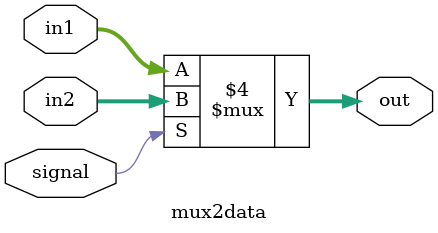
<source format=v>
`timescale 1ns / 1ps


module mux2data(
    input signal,
    input [31:0]in1,
    input [31:0]in2,
    output reg [31:0]out
    );
    always@(*)
    begin
        if(signal==0)
        out=in1;
        else out=in2;
    end
endmodule

</source>
